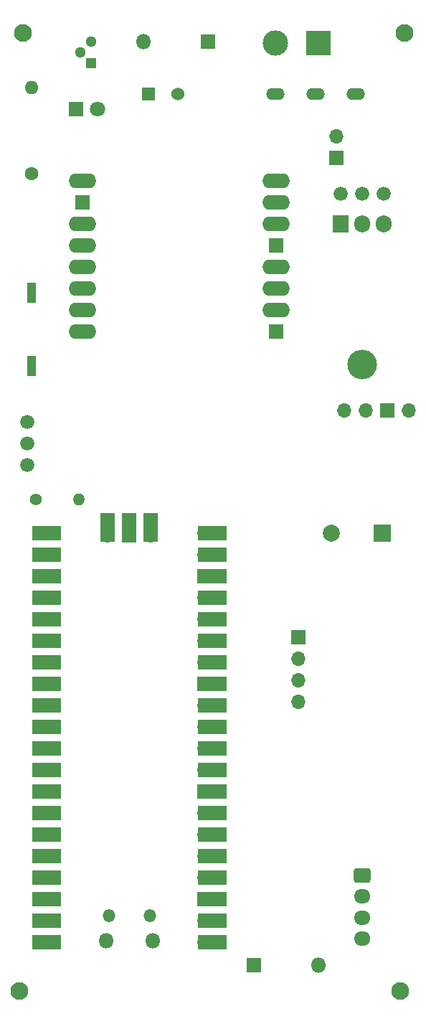
<source format=gts>
%TF.GenerationSoftware,KiCad,Pcbnew,8.0.5*%
%TF.CreationDate,2024-10-11T00:49:00+02:00*%
%TF.ProjectId,RocketBoard,526f636b-6574-4426-9f61-72642e6b6963,rev?*%
%TF.SameCoordinates,Original*%
%TF.FileFunction,Soldermask,Top*%
%TF.FilePolarity,Negative*%
%FSLAX46Y46*%
G04 Gerber Fmt 4.6, Leading zero omitted, Abs format (unit mm)*
G04 Created by KiCad (PCBNEW 8.0.5) date 2024-10-11 00:49:00*
%MOMM*%
%LPD*%
G01*
G04 APERTURE LIST*
G04 Aperture macros list*
%AMRoundRect*
0 Rectangle with rounded corners*
0 $1 Rounding radius*
0 $2 $3 $4 $5 $6 $7 $8 $9 X,Y pos of 4 corners*
0 Add a 4 corners polygon primitive as box body*
4,1,4,$2,$3,$4,$5,$6,$7,$8,$9,$2,$3,0*
0 Add four circle primitives for the rounded corners*
1,1,$1+$1,$2,$3*
1,1,$1+$1,$4,$5*
1,1,$1+$1,$6,$7*
1,1,$1+$1,$8,$9*
0 Add four rect primitives between the rounded corners*
20,1,$1+$1,$2,$3,$4,$5,0*
20,1,$1+$1,$4,$5,$6,$7,0*
20,1,$1+$1,$6,$7,$8,$9,0*
20,1,$1+$1,$8,$9,$2,$3,0*%
G04 Aperture macros list end*
%ADD10C,1.400000*%
%ADD11O,1.400000X1.400000*%
%ADD12R,2.000000X2.000000*%
%ADD13C,2.000000*%
%ADD14R,1.700000X1.700000*%
%ADD15O,1.700000X1.700000*%
%ADD16C,2.100000*%
%ADD17R,1.300000X1.300000*%
%ADD18C,1.300000*%
%ADD19RoundRect,0.250000X-0.725000X0.600000X-0.725000X-0.600000X0.725000X-0.600000X0.725000X0.600000X0*%
%ADD20O,1.950000X1.700000*%
%ADD21O,1.800000X1.800000*%
%ADD22O,1.500000X1.500000*%
%ADD23R,3.500000X1.700000*%
%ADD24R,1.700000X3.500000*%
%ADD25C,1.676400*%
%ADD26RoundRect,0.102000X0.762000X0.762000X-0.762000X0.762000X-0.762000X-0.762000X0.762000X-0.762000X0*%
%ADD27O,3.252000X1.728000*%
%ADD28R,1.800000X1.800000*%
%ADD29C,1.800000*%
%ADD30R,1.524000X1.524000*%
%ADD31C,1.524000*%
%ADD32O,2.200000X1.400000*%
%ADD33R,1.120000X2.440000*%
%ADD34C,1.600000*%
%ADD35O,1.600000X1.600000*%
%ADD36R,3.000000X3.000000*%
%ADD37C,3.000000*%
%ADD38O,3.500000X3.500000*%
%ADD39R,1.905000X2.000000*%
%ADD40O,1.905000X2.000000*%
G04 APERTURE END LIST*
D10*
X103428000Y-90008000D03*
D11*
X108508000Y-90008000D03*
D12*
X144338785Y-94008000D03*
D13*
X138338785Y-94008000D03*
D14*
X134468000Y-106300000D03*
D15*
X134468000Y-108840000D03*
X134468000Y-111380000D03*
X134468000Y-113920000D03*
D16*
X101968000Y-35008000D03*
D17*
X109968000Y-38548000D03*
D18*
X108698000Y-37278000D03*
X109968000Y-36008000D03*
D19*
X141968000Y-134400000D03*
D20*
X141968000Y-136900000D03*
X141968000Y-139400000D03*
X141968000Y-141900000D03*
D21*
X117225000Y-142150000D03*
D22*
X116925000Y-139120000D03*
X112075000Y-139120000D03*
D21*
X111775000Y-142150000D03*
D15*
X123390000Y-142280000D03*
D23*
X124290000Y-142280000D03*
D15*
X123390000Y-139740000D03*
D23*
X124290000Y-139740000D03*
D14*
X123390000Y-137200000D03*
D23*
X124290000Y-137200000D03*
D15*
X123390000Y-134660000D03*
D23*
X124290000Y-134660000D03*
D15*
X123390000Y-132120000D03*
D23*
X124290000Y-132120000D03*
D15*
X123390000Y-129580000D03*
D23*
X124290000Y-129580000D03*
D15*
X123390000Y-127040000D03*
D23*
X124290000Y-127040000D03*
D14*
X123390000Y-124500000D03*
D23*
X124290000Y-124500000D03*
D15*
X123390000Y-121960000D03*
D23*
X124290000Y-121960000D03*
D15*
X123390000Y-119420000D03*
D23*
X124290000Y-119420000D03*
D15*
X123390000Y-116880000D03*
D23*
X124290000Y-116880000D03*
D15*
X123390000Y-114340000D03*
D23*
X124290000Y-114340000D03*
D14*
X123390000Y-111800000D03*
D23*
X124290000Y-111800000D03*
D15*
X123390000Y-109260000D03*
D23*
X124290000Y-109260000D03*
D15*
X123390000Y-106720000D03*
D23*
X124290000Y-106720000D03*
D15*
X123390000Y-104180000D03*
D23*
X124290000Y-104180000D03*
D15*
X123390000Y-101640000D03*
D23*
X124290000Y-101640000D03*
D14*
X123390000Y-99100000D03*
D23*
X124290000Y-99100000D03*
D15*
X123390000Y-96560000D03*
D23*
X124290000Y-96560000D03*
D15*
X123390000Y-94020000D03*
D23*
X124290000Y-94020000D03*
D15*
X105610000Y-94020000D03*
D23*
X104710000Y-94020000D03*
D15*
X105610000Y-96560000D03*
D23*
X104710000Y-96560000D03*
D14*
X105610000Y-99100000D03*
D23*
X104710000Y-99100000D03*
D15*
X105610000Y-101640000D03*
D23*
X104710000Y-101640000D03*
D15*
X105610000Y-104180000D03*
D23*
X104710000Y-104180000D03*
D15*
X105610000Y-106720000D03*
D23*
X104710000Y-106720000D03*
D15*
X105610000Y-109260000D03*
D23*
X104710000Y-109260000D03*
D14*
X105610000Y-111800000D03*
D23*
X104710000Y-111800000D03*
D15*
X105610000Y-114340000D03*
D23*
X104710000Y-114340000D03*
D15*
X105610000Y-116880000D03*
D23*
X104710000Y-116880000D03*
D15*
X105610000Y-119420000D03*
D23*
X104710000Y-119420000D03*
D15*
X105610000Y-121960000D03*
D23*
X104710000Y-121960000D03*
D14*
X105610000Y-124500000D03*
D23*
X104710000Y-124500000D03*
D15*
X105610000Y-127040000D03*
D23*
X104710000Y-127040000D03*
D15*
X105610000Y-129580000D03*
D23*
X104710000Y-129580000D03*
D15*
X105610000Y-132120000D03*
D23*
X104710000Y-132120000D03*
D15*
X105610000Y-134660000D03*
D23*
X104710000Y-134660000D03*
D14*
X105610000Y-137200000D03*
D23*
X104710000Y-137200000D03*
D15*
X105610000Y-139740000D03*
D23*
X104710000Y-139740000D03*
D15*
X105610000Y-142280000D03*
D23*
X104710000Y-142280000D03*
D15*
X117040000Y-94250000D03*
D24*
X117040000Y-93350000D03*
D14*
X114500000Y-94250000D03*
D24*
X114500000Y-93350000D03*
D15*
X111960000Y-94250000D03*
D24*
X111960000Y-93350000D03*
D16*
X101468000Y-148008000D03*
X146968000Y-35008000D03*
D25*
X102468000Y-80928000D03*
X102468000Y-83468000D03*
X102468000Y-86008000D03*
D26*
X131828000Y-70208000D03*
D27*
X131828000Y-67668000D03*
X131828000Y-65128000D03*
X131828000Y-62588000D03*
D26*
X131828000Y-60048000D03*
D27*
X131828000Y-57508000D03*
X131828000Y-54968000D03*
X131828000Y-52428000D03*
X108968000Y-52428000D03*
D26*
X108968000Y-54968000D03*
D27*
X108968000Y-57508000D03*
X108968000Y-60048000D03*
X108968000Y-62588000D03*
X108968000Y-65128000D03*
X108968000Y-67668000D03*
X108968000Y-70208000D03*
D16*
X146468000Y-148008000D03*
D28*
X108193000Y-44008000D03*
D29*
X110733000Y-44008000D03*
D30*
X116740000Y-42233000D03*
D31*
X120240000Y-42233000D03*
D32*
X136490000Y-42233000D03*
X131740000Y-42233000D03*
X141240000Y-42233000D03*
D28*
X123778000Y-36008000D03*
D21*
X116158000Y-36008000D03*
D25*
X139428000Y-54008000D03*
X141968000Y-54008000D03*
X144508000Y-54008000D03*
D28*
X129158000Y-145008000D03*
D21*
X136778000Y-145008000D03*
D14*
X138943000Y-49758000D03*
D15*
X138943000Y-47218000D03*
D33*
X102968000Y-74313000D03*
X102968000Y-65703000D03*
D34*
X102968000Y-51588000D03*
D35*
X102968000Y-41428000D03*
D36*
X136780000Y-36233000D03*
D37*
X131700000Y-36233000D03*
D38*
X141968000Y-74163000D03*
D39*
X139428000Y-57503000D03*
D40*
X141968000Y-57503000D03*
X144508000Y-57503000D03*
D15*
X147508000Y-79508000D03*
D14*
X144968000Y-79508000D03*
D15*
X142428000Y-79508000D03*
X139888000Y-79508000D03*
M02*

</source>
